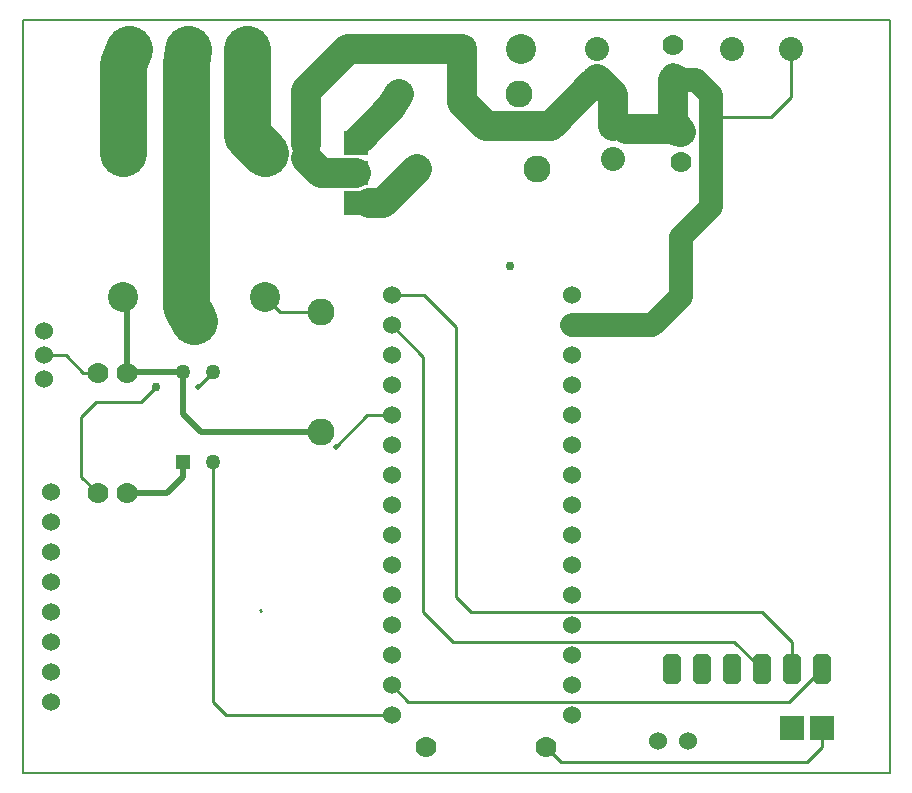
<source format=gbr>
G04 PROTEUS GERBER X2 FILE*
%TF.GenerationSoftware,Labcenter,Proteus,8.6-SP2-Build23525*%
%TF.CreationDate,2020-11-14T07:55:46+00:00*%
%TF.FileFunction,Copper,L2,Bot*%
%TF.FilePolarity,Positive*%
%TF.Part,Single*%
%FSLAX45Y45*%
%MOMM*%
G01*
%TA.AperFunction,Conductor*%
%ADD11C,0.254000*%
%ADD25C,3.987800*%
%ADD10C,2.540000*%
%ADD26C,0.508000*%
%ADD12C,2.032000*%
%TA.AperFunction,ViaPad*%
%ADD13C,0.762000*%
%ADD14C,0.508000*%
%TA.AperFunction,WasherPad*%
%ADD15C,1.524000*%
%AMDIL006*
4,1,8,
-0.762000,0.965200,-0.457200,1.270000,0.457200,1.270000,0.762000,0.965200,0.762000,-0.965200,
0.457200,-1.270000,-0.457200,-1.270000,-0.762000,-0.965200,-0.762000,0.965200,
0*%
%TA.AperFunction,ComponentPad*%
%ADD16DIL006*%
%TA.AperFunction,OtherPad,Unknown*%
%ADD17C,2.540000*%
%TA.AperFunction,ComponentPad*%
%ADD18C,2.540000*%
%TA.AperFunction,ComponentPad*%
%ADD19R,1.270000X1.270000*%
%ADD70C,1.270000*%
%TA.AperFunction,ComponentPad*%
%ADD71R,2.032000X2.032000*%
%ADD20C,1.524000*%
%TA.AperFunction,ComponentPad*%
%ADD21C,2.286000*%
%ADD22C,1.778000*%
%ADD23C,2.032000*%
%TA.AperFunction,Profile*%
%ADD24C,0.203200*%
%TD.AperFunction*%
D11*
X+758000Y-750000D02*
X+762000Y-753790D01*
D25*
X+200000Y+1700000D02*
X+127000Y+1827000D01*
X+127000Y+3873000D01*
X+150000Y+4000000D01*
X-400000Y+3120000D02*
X-400000Y+3873000D01*
X-350000Y+4000000D01*
X+800000Y+3120000D02*
X+650000Y+3270000D01*
X+650000Y+4000000D01*
D10*
X+1500000Y+4000000D02*
X+2465000Y+4000000D01*
X+1568000Y+2956000D02*
X+1270000Y+2956000D01*
X+1149046Y+3076951D01*
D11*
X+1143000Y+3083000D01*
X+1143000Y+3197698D01*
D10*
X+1143000Y+3643000D01*
X+1500000Y+4000000D01*
D11*
X+1568000Y+3210000D02*
X+1592246Y+3234246D01*
D10*
X+1866700Y+3508700D01*
X+1933000Y+3623000D01*
D11*
X+1568000Y+2702000D02*
X+1684158Y+2702000D01*
D10*
X+1801000Y+2702000D01*
X+2084000Y+2985000D01*
X+2465000Y+4000000D02*
X+2465000Y+3556000D01*
X+2667000Y+3354000D01*
X+3217000Y+3354000D01*
X+3582933Y+3719933D01*
D11*
X+3608000Y+3745000D01*
X+3743000Y+3321000D02*
X+3859158Y+3321000D01*
D10*
X+4229100Y+3321000D01*
X+4318000Y+3302000D01*
D11*
X+4258000Y+3779000D02*
X+4258000Y+3737789D01*
D10*
X+4258000Y+3390900D01*
X+4318000Y+3302000D01*
X+3608000Y+3745000D02*
X+3743000Y+3610000D01*
X+3743000Y+3346300D01*
D11*
X+3743000Y+3321000D01*
X+800000Y+1900000D02*
X+926000Y+1774000D01*
X+1274000Y+1774000D01*
D26*
X+1274000Y+758000D02*
X+254000Y+758000D01*
X+103000Y+909000D01*
X+103000Y+1266000D01*
X-280100Y+1266000D01*
X-369000Y+1262000D01*
X-369000Y+1773000D01*
X-400000Y+1900000D01*
X+103000Y+504000D02*
X+103000Y+381000D01*
X-32000Y+246000D01*
X-369000Y+246000D01*
D11*
X-1072000Y+1409000D02*
X-889000Y+1409000D01*
X-742000Y+1262000D01*
X-615000Y+1262000D01*
X+357000Y+504000D02*
X+357000Y-1524000D01*
X+472000Y-1639000D01*
X+1873000Y-1639000D01*
X+1873000Y-1385000D02*
X+2012000Y-1524000D01*
X+5238000Y-1524000D01*
X+5512000Y-1250000D01*
X+1873000Y+1663000D02*
X+2139000Y+1397000D01*
X+2139000Y-762000D01*
X+2393000Y-1016000D01*
X+4770000Y-1016000D01*
X+5004000Y-1250000D01*
X+5258000Y-1250000D02*
X+5258000Y-1016000D01*
X+5131000Y-889000D01*
X+5004000Y-762000D01*
X+2540000Y-762000D01*
X+2413000Y-635000D01*
X+2413000Y+1651000D01*
X+2147000Y+1917000D01*
X+1873000Y+1917000D01*
X+4572000Y+3429000D02*
X+5080000Y+3429000D01*
X+5250000Y+3599000D01*
X+5250000Y+4000000D01*
D12*
X+4258000Y+3779000D02*
X+4346900Y+3737789D01*
X+4445000Y+3737789D01*
X+4572000Y+3610789D01*
X+4572000Y+3429000D01*
X+4572000Y+3302000D01*
X+4572000Y+2667000D01*
X+4445000Y+2540000D01*
X+4318000Y+2413000D01*
X+4318000Y+1905000D01*
X+4076000Y+1663000D01*
X+3397000Y+1663000D01*
D11*
X+5516000Y-1750000D02*
X+5516000Y-1905000D01*
X+5389000Y-2032000D01*
X+3302000Y-2032000D01*
X+3175000Y-1905000D01*
X+357000Y+1266000D02*
X+234000Y+1143000D01*
X-127000Y+1143000D02*
X-254000Y+1016000D01*
X-635000Y+1016000D01*
X-762000Y+889000D01*
X-762000Y+381000D01*
X-615000Y+246000D01*
X+1397000Y+635000D02*
X+1663000Y+901000D01*
X+1873000Y+901000D01*
D13*
X+2873000Y+2167000D03*
D14*
X+234000Y+1143000D03*
D13*
X-127000Y+1143000D03*
D14*
X+1397000Y+635000D03*
D15*
X+1873000Y+1917000D03*
X+1873000Y+1663000D03*
X+1873000Y+1409000D03*
X+1873000Y+1155000D03*
X+1873000Y+901000D03*
X+1873000Y+647000D03*
X+1873000Y+393000D03*
X+1873000Y+139000D03*
X+1873000Y-115000D03*
X+1873000Y-369000D03*
X+1873000Y-623000D03*
X+1873000Y-877000D03*
X+1873000Y-1131000D03*
X+1873000Y-1385000D03*
X+1873000Y-1639000D03*
X+3397000Y-1639000D03*
X+3397000Y-1385000D03*
X+3397000Y-1131000D03*
X+3397000Y-877000D03*
X+3397000Y-623000D03*
X+3397000Y-369000D03*
X+3397000Y-115000D03*
X+3397000Y+139000D03*
X+3397000Y+393000D03*
X+3397000Y+647000D03*
X+3397000Y+901000D03*
X+3397000Y+1155000D03*
X+3397000Y+1409000D03*
X+3397000Y+1663000D03*
X+3397000Y+1917000D03*
D16*
X+5512000Y-1250000D03*
X+5258000Y-1250000D03*
X+5004000Y-1250000D03*
X+4750000Y-1250000D03*
X+4496000Y-1250000D03*
X+4242000Y-1250000D03*
D17*
X+2965000Y+4000000D03*
D18*
X-400000Y+1900000D03*
X+800000Y+1900000D03*
X+200000Y+1700000D03*
X-400000Y+3120000D03*
X+800000Y+3120000D03*
D19*
X+103000Y+504000D03*
D70*
X+357000Y+504000D03*
X+357000Y+1266000D03*
X+103000Y+1266000D03*
D17*
X+2465000Y+4000000D03*
X-350000Y+4000000D03*
X+150000Y+4000000D03*
X+650000Y+4000000D03*
D71*
X+1568000Y+2702000D03*
X+1568000Y+2956000D03*
X+1568000Y+3210000D03*
D20*
X-1072000Y+1612200D03*
X-1072000Y+1409000D03*
X-1072000Y+1205800D03*
D21*
X+1274000Y+1774000D03*
X+1274000Y+758000D03*
X+3100000Y+2985000D03*
X+2084000Y+2985000D03*
X+1933000Y+3623000D03*
X+2949000Y+3623000D03*
D17*
X+1500000Y+4000000D03*
D22*
X+4258000Y+4033000D03*
X+4258000Y+3779000D03*
D23*
X+3608000Y+3999000D03*
X+3608000Y+3745000D03*
X+3743000Y+3067000D03*
X+3743000Y+3321000D03*
D22*
X+4318000Y+3048000D03*
X+4318000Y+3302000D03*
X-369000Y+1262000D03*
X-369000Y+246000D03*
X-615000Y+1262000D03*
X-615000Y+246000D03*
D23*
X+4750000Y+4000000D03*
X+5250000Y+4000000D03*
D15*
X+4381000Y-1853000D03*
X+4127000Y-1853000D03*
D71*
X+5516000Y-1750000D03*
X+5262000Y-1750000D03*
D22*
X+3175000Y-1905000D03*
X+2159000Y-1905000D03*
D15*
X-1016000Y-1524000D03*
X-1016000Y-1270000D03*
X-1016000Y-1016000D03*
X-1016000Y-762000D03*
X-1016000Y-508000D03*
X-1016000Y-254000D03*
X-1016000Y+0D03*
X-1016000Y+254000D03*
D24*
X-1250000Y-2127000D02*
X+6087000Y-2127000D01*
X+6087000Y+4250000D01*
X-1250000Y+4250000D01*
X-1250000Y-2127000D01*
M02*

</source>
